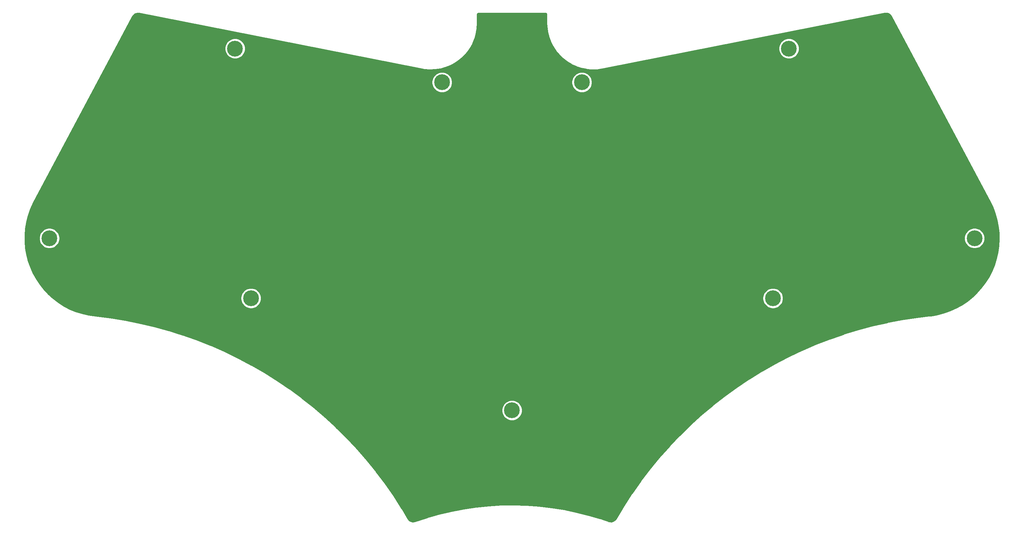
<source format=gbr>
G04 #@! TF.GenerationSoftware,KiCad,Pcbnew,5.1.5-52549c5~86~ubuntu18.04.1*
G04 #@! TF.CreationDate,2020-04-17T17:34:57+02:00*
G04 #@! TF.ProjectId,bottom,626f7474-6f6d-42e6-9b69-6361645f7063,rev?*
G04 #@! TF.SameCoordinates,Original*
G04 #@! TF.FileFunction,Copper,L2,Bot*
G04 #@! TF.FilePolarity,Positive*
%FSLAX46Y46*%
G04 Gerber Fmt 4.6, Leading zero omitted, Abs format (unit mm)*
G04 Created by KiCad (PCBNEW 5.1.5-52549c5~86~ubuntu18.04.1) date 2020-04-17 17:34:57*
%MOMM*%
%LPD*%
G04 APERTURE LIST*
%ADD10C,4.400000*%
%ADD11C,0.254000*%
G04 APERTURE END LIST*
D10*
X277005000Y-99408000D03*
X220975000Y-116108000D03*
X148455000Y-147298500D03*
X167885000Y-56028000D03*
X75934700Y-116108000D03*
X129025000Y-56028000D03*
X225415000Y-46638000D03*
X19904700Y-99408000D03*
X71494700Y-46638000D03*
D11*
G36*
X252714103Y-36793263D02*
G01*
X253043156Y-36892811D01*
X253346606Y-37054376D01*
X253612892Y-37271802D01*
X253842646Y-37549842D01*
X253936678Y-37706437D01*
X281278215Y-89127953D01*
X282078298Y-90797857D01*
X282726135Y-92503297D01*
X283228988Y-94256952D01*
X283583337Y-96046550D01*
X283786694Y-97859510D01*
X283837633Y-99683128D01*
X283735795Y-101504625D01*
X283481898Y-103311201D01*
X283077717Y-105090205D01*
X282526094Y-106829142D01*
X281830896Y-108515820D01*
X280996996Y-110138412D01*
X280030241Y-111685546D01*
X278937429Y-113146336D01*
X277726202Y-114510575D01*
X276405074Y-115768668D01*
X274983297Y-116911806D01*
X273470851Y-117931964D01*
X271878348Y-118821982D01*
X270216966Y-119575619D01*
X268498338Y-120187595D01*
X266734531Y-120653613D01*
X264928112Y-120972133D01*
X264283180Y-121048433D01*
X264272127Y-121050213D01*
X261031043Y-121432369D01*
X261028639Y-121432697D01*
X261026200Y-121432956D01*
X261007139Y-121435586D01*
X256911526Y-122055355D01*
X256907748Y-122055998D01*
X256903922Y-122056546D01*
X256884970Y-122059873D01*
X252814818Y-122829304D01*
X252811062Y-122830086D01*
X252807263Y-122830773D01*
X252788446Y-122834791D01*
X248749222Y-123752851D01*
X248745456Y-123753780D01*
X248741726Y-123754597D01*
X248723068Y-123759302D01*
X244720198Y-124824757D01*
X244716489Y-124825817D01*
X244712771Y-124826776D01*
X244694298Y-124832162D01*
X240733160Y-126043582D01*
X240729517Y-126044770D01*
X240725812Y-126045871D01*
X240707549Y-126051931D01*
X236793461Y-127407688D01*
X236789853Y-127409012D01*
X236786202Y-127410245D01*
X236768173Y-127416969D01*
X232906394Y-128915242D01*
X232902821Y-128916704D01*
X232899233Y-128918064D01*
X232881463Y-128925444D01*
X229077180Y-130564220D01*
X229073669Y-130565809D01*
X229070128Y-130567302D01*
X229052640Y-130575329D01*
X225310963Y-132352408D01*
X225307516Y-132354123D01*
X225304027Y-132355747D01*
X225286845Y-132364409D01*
X221612800Y-134277404D01*
X221609429Y-134279239D01*
X221605992Y-134280994D01*
X221589139Y-134290280D01*
X217987661Y-136336620D01*
X217984338Y-136338590D01*
X217980989Y-136340458D01*
X217964487Y-136350355D01*
X214440413Y-138527293D01*
X214437186Y-138529369D01*
X214433886Y-138531372D01*
X214417758Y-138541867D01*
X210975821Y-140846478D01*
X210972658Y-140848681D01*
X210969448Y-140850794D01*
X210953716Y-140861873D01*
X207598541Y-143291061D01*
X207595445Y-143293390D01*
X207592331Y-143295608D01*
X207577015Y-143307256D01*
X204313107Y-145857759D01*
X204310120Y-145860183D01*
X204307067Y-145862530D01*
X204292189Y-145874731D01*
X201123933Y-148543123D01*
X201121039Y-148545653D01*
X201118072Y-148548112D01*
X201103651Y-148560850D01*
X198035303Y-151343547D01*
X198032505Y-151346180D01*
X198029629Y-151348747D01*
X198015684Y-151362005D01*
X195051365Y-154255269D01*
X195048663Y-154258005D01*
X195045885Y-154260674D01*
X195032435Y-154274434D01*
X192176127Y-157274377D01*
X192173523Y-157277215D01*
X192170849Y-157279979D01*
X192157913Y-157294223D01*
X189413452Y-160396818D01*
X189410947Y-160399757D01*
X189408383Y-160402610D01*
X189395977Y-160417319D01*
X186767049Y-163618397D01*
X186764678Y-163621394D01*
X186762195Y-163624370D01*
X186750337Y-163639524D01*
X184240475Y-166934785D01*
X184238214Y-166937869D01*
X184235843Y-166940932D01*
X184224548Y-166956510D01*
X181837122Y-170341530D01*
X181834946Y-170344738D01*
X181832720Y-170347843D01*
X181822003Y-170363824D01*
X179560220Y-173834054D01*
X179558181Y-173837312D01*
X179556051Y-173840524D01*
X179545927Y-173856887D01*
X177430133Y-177378855D01*
X177202476Y-177697489D01*
X176952101Y-177933062D01*
X176660732Y-178115520D01*
X176339480Y-178237906D01*
X176000566Y-178295565D01*
X175656910Y-178286298D01*
X175290328Y-178203383D01*
X175276113Y-178198495D01*
X175275807Y-178198422D01*
X175273416Y-178197552D01*
X173032155Y-177436748D01*
X173019282Y-177432689D01*
X173006419Y-177428536D01*
X169694880Y-176438554D01*
X169670637Y-176431880D01*
X169663963Y-176430042D01*
X166312392Y-175585449D01*
X166281133Y-175578293D01*
X162895912Y-174880697D01*
X162864370Y-174874911D01*
X159451943Y-174325641D01*
X159434878Y-174323275D01*
X159420179Y-174321237D01*
X155987042Y-173921337D01*
X155955116Y-173918323D01*
X155955113Y-173918323D01*
X152507805Y-173668556D01*
X152507802Y-173668556D01*
X152475775Y-173666937D01*
X149020847Y-173567776D01*
X148988780Y-173567555D01*
X145532814Y-173619191D01*
X145517080Y-173619770D01*
X145500768Y-173620369D01*
X142050345Y-173822703D01*
X142018505Y-173825269D01*
X142018381Y-173825279D01*
X138580068Y-174177926D01*
X138548247Y-174181893D01*
X135128588Y-174684181D01*
X135096970Y-174689532D01*
X131702475Y-175340506D01*
X131671121Y-175347231D01*
X128308253Y-176145650D01*
X128277221Y-176153737D01*
X124952380Y-177098083D01*
X124921731Y-177107515D01*
X121667668Y-178187223D01*
X121291503Y-178281053D01*
X120948131Y-178297882D01*
X120608036Y-178247697D01*
X120284166Y-178132409D01*
X119988855Y-177956410D01*
X119733352Y-177726403D01*
X119508177Y-177425470D01*
X119500541Y-177412546D01*
X119497520Y-177408414D01*
X117822490Y-174595759D01*
X117821207Y-174593692D01*
X117819979Y-174591574D01*
X117809810Y-174575240D01*
X115574707Y-171087767D01*
X115572581Y-171084581D01*
X115570520Y-171081308D01*
X115559758Y-171065357D01*
X113198362Y-167662128D01*
X113196103Y-167658996D01*
X113193941Y-167655828D01*
X113182602Y-167640282D01*
X110698085Y-164325869D01*
X110695729Y-164322843D01*
X110693436Y-164319734D01*
X110681536Y-164304614D01*
X108077235Y-161083470D01*
X108074754Y-161080514D01*
X108072364Y-161077510D01*
X108059917Y-161062836D01*
X105339330Y-157939286D01*
X105336771Y-157936454D01*
X105334245Y-157933508D01*
X105321269Y-157919300D01*
X102488051Y-154897540D01*
X102485364Y-154894778D01*
X102482757Y-154891953D01*
X102469269Y-154878230D01*
X99527225Y-151962319D01*
X99524437Y-151959655D01*
X99521730Y-151956930D01*
X99507748Y-151943710D01*
X96460830Y-149137565D01*
X96457941Y-149135001D01*
X96455141Y-149132381D01*
X96440685Y-149119683D01*
X93985281Y-147019277D01*
X145620000Y-147019277D01*
X145620000Y-147577723D01*
X145728948Y-148125439D01*
X145942656Y-148641376D01*
X146252912Y-149105707D01*
X146647793Y-149500588D01*
X147112124Y-149810844D01*
X147628061Y-150024552D01*
X148175777Y-150133500D01*
X148734223Y-150133500D01*
X149281939Y-150024552D01*
X149797876Y-149810844D01*
X150262207Y-149500588D01*
X150657088Y-149105707D01*
X150967344Y-148641376D01*
X151181052Y-148125439D01*
X151290000Y-147577723D01*
X151290000Y-147019277D01*
X151181052Y-146471561D01*
X150967344Y-145955624D01*
X150657088Y-145491293D01*
X150262207Y-145096412D01*
X149797876Y-144786156D01*
X149281939Y-144572448D01*
X148734223Y-144463500D01*
X148175777Y-144463500D01*
X147628061Y-144572448D01*
X147112124Y-144786156D01*
X146647793Y-145096412D01*
X146252912Y-145491293D01*
X145942656Y-145955624D01*
X145728948Y-146471561D01*
X145620000Y-147019277D01*
X93985281Y-147019277D01*
X93292985Y-146427073D01*
X93290024Y-146424633D01*
X93287110Y-146422100D01*
X93272198Y-146409940D01*
X90027946Y-143834481D01*
X90024898Y-143832151D01*
X90021893Y-143829727D01*
X90006545Y-143818122D01*
X86670097Y-141363275D01*
X86666950Y-141361047D01*
X86663873Y-141358746D01*
X86648110Y-141347711D01*
X83223949Y-139016772D01*
X83220738Y-139014672D01*
X83217564Y-139012474D01*
X83201407Y-139002024D01*
X79694130Y-136798125D01*
X79690844Y-136796144D01*
X79687592Y-136794064D01*
X79671063Y-136784213D01*
X76085384Y-134710313D01*
X76081999Y-134708437D01*
X76078701Y-134706495D01*
X76061823Y-134697256D01*
X72402556Y-132756142D01*
X72399127Y-132754403D01*
X72395738Y-132752571D01*
X72378532Y-132743957D01*
X68650592Y-130938236D01*
X68647105Y-130936625D01*
X68643648Y-130934917D01*
X68626139Y-130926939D01*
X64834534Y-129259035D01*
X64830977Y-129257548D01*
X64827472Y-129255973D01*
X64809682Y-129248642D01*
X60959507Y-127720798D01*
X60955903Y-127719444D01*
X60952339Y-127717997D01*
X60934291Y-127711323D01*
X57030716Y-126325589D01*
X57027072Y-126324370D01*
X57023449Y-126323052D01*
X57005170Y-126317044D01*
X53053437Y-125075282D01*
X53049757Y-125074199D01*
X53046083Y-125073013D01*
X53027595Y-125067679D01*
X49033014Y-123971558D01*
X49029291Y-123970610D01*
X49025581Y-123969560D01*
X49006911Y-123964907D01*
X44974846Y-123015898D01*
X44971090Y-123015086D01*
X44967346Y-123014174D01*
X44948517Y-123010208D01*
X40884386Y-122209586D01*
X40880596Y-122208911D01*
X40876826Y-122208138D01*
X40857865Y-122204864D01*
X36767125Y-121553704D01*
X36763315Y-121553169D01*
X36759518Y-121552534D01*
X36740449Y-121549958D01*
X32649829Y-121051722D01*
X32645697Y-121051031D01*
X30809966Y-120783410D01*
X29033061Y-120370094D01*
X27296981Y-119809544D01*
X25613894Y-119105686D01*
X23995613Y-118263464D01*
X22453473Y-117288775D01*
X20998306Y-116188464D01*
X20597350Y-115828777D01*
X73099700Y-115828777D01*
X73099700Y-116387223D01*
X73208648Y-116934939D01*
X73422356Y-117450876D01*
X73732612Y-117915207D01*
X74127493Y-118310088D01*
X74591824Y-118620344D01*
X75107761Y-118834052D01*
X75655477Y-118943000D01*
X76213923Y-118943000D01*
X76761639Y-118834052D01*
X77277576Y-118620344D01*
X77741907Y-118310088D01*
X78136788Y-117915207D01*
X78447044Y-117450876D01*
X78660752Y-116934939D01*
X78769700Y-116387223D01*
X78769700Y-115828777D01*
X218140000Y-115828777D01*
X218140000Y-116387223D01*
X218248948Y-116934939D01*
X218462656Y-117450876D01*
X218772912Y-117915207D01*
X219167793Y-118310088D01*
X219632124Y-118620344D01*
X220148061Y-118834052D01*
X220695777Y-118943000D01*
X221254223Y-118943000D01*
X221801939Y-118834052D01*
X222317876Y-118620344D01*
X222782207Y-118310088D01*
X223177088Y-117915207D01*
X223487344Y-117450876D01*
X223701052Y-116934939D01*
X223810000Y-116387223D01*
X223810000Y-115828777D01*
X223701052Y-115281061D01*
X223487344Y-114765124D01*
X223177088Y-114300793D01*
X222782207Y-113905912D01*
X222317876Y-113595656D01*
X221801939Y-113381948D01*
X221254223Y-113273000D01*
X220695777Y-113273000D01*
X220148061Y-113381948D01*
X219632124Y-113595656D01*
X219167793Y-113905912D01*
X218772912Y-114300793D01*
X218462656Y-114765124D01*
X218248948Y-115281061D01*
X218140000Y-115828777D01*
X78769700Y-115828777D01*
X78660752Y-115281061D01*
X78447044Y-114765124D01*
X78136788Y-114300793D01*
X77741907Y-113905912D01*
X77277576Y-113595656D01*
X76761639Y-113381948D01*
X76213923Y-113273000D01*
X75655477Y-113273000D01*
X75107761Y-113381948D01*
X74591824Y-113595656D01*
X74127493Y-113905912D01*
X73732612Y-114300793D01*
X73422356Y-114765124D01*
X73208648Y-115281061D01*
X73099700Y-115828777D01*
X20597350Y-115828777D01*
X19640321Y-114970253D01*
X18389017Y-113642662D01*
X17253209Y-112215041D01*
X16240840Y-110697380D01*
X15359014Y-109100323D01*
X14613921Y-107435083D01*
X14010783Y-105713335D01*
X13553832Y-103947147D01*
X13246277Y-102148933D01*
X13090270Y-100331278D01*
X13088054Y-99128777D01*
X17069700Y-99128777D01*
X17069700Y-99687223D01*
X17178648Y-100234939D01*
X17392356Y-100750876D01*
X17702612Y-101215207D01*
X18097493Y-101610088D01*
X18561824Y-101920344D01*
X19077761Y-102134052D01*
X19625477Y-102243000D01*
X20183923Y-102243000D01*
X20731639Y-102134052D01*
X21247576Y-101920344D01*
X21711907Y-101610088D01*
X22106788Y-101215207D01*
X22417044Y-100750876D01*
X22630752Y-100234939D01*
X22739700Y-99687223D01*
X22739700Y-99128777D01*
X274170000Y-99128777D01*
X274170000Y-99687223D01*
X274278948Y-100234939D01*
X274492656Y-100750876D01*
X274802912Y-101215207D01*
X275197793Y-101610088D01*
X275662124Y-101920344D01*
X276178061Y-102134052D01*
X276725777Y-102243000D01*
X277284223Y-102243000D01*
X277831939Y-102134052D01*
X278347876Y-101920344D01*
X278812207Y-101610088D01*
X279207088Y-101215207D01*
X279517344Y-100750876D01*
X279731052Y-100234939D01*
X279840000Y-99687223D01*
X279840000Y-99128777D01*
X279731052Y-98581061D01*
X279517344Y-98065124D01*
X279207088Y-97600793D01*
X278812207Y-97205912D01*
X278347876Y-96895656D01*
X277831939Y-96681948D01*
X277284223Y-96573000D01*
X276725777Y-96573000D01*
X276178061Y-96681948D01*
X275662124Y-96895656D01*
X275197793Y-97205912D01*
X274802912Y-97600793D01*
X274492656Y-98065124D01*
X274278948Y-98581061D01*
X274170000Y-99128777D01*
X22739700Y-99128777D01*
X22630752Y-98581061D01*
X22417044Y-98065124D01*
X22106788Y-97600793D01*
X21711907Y-97205912D01*
X21247576Y-96895656D01*
X20731639Y-96681948D01*
X20183923Y-96573000D01*
X19625477Y-96573000D01*
X19077761Y-96681948D01*
X18561824Y-96895656D01*
X18097493Y-97205912D01*
X17702612Y-97600793D01*
X17392356Y-98065124D01*
X17178648Y-98581061D01*
X17069700Y-99128777D01*
X13088054Y-99128777D01*
X13086908Y-98506940D01*
X13236212Y-96688740D01*
X13537139Y-94889384D01*
X13987574Y-93121538D01*
X14584359Y-91397581D01*
X15327338Y-89720512D01*
X15622948Y-89144009D01*
X33379528Y-55748777D01*
X126190000Y-55748777D01*
X126190000Y-56307223D01*
X126298948Y-56854939D01*
X126512656Y-57370876D01*
X126822912Y-57835207D01*
X127217793Y-58230088D01*
X127682124Y-58540344D01*
X128198061Y-58754052D01*
X128745777Y-58863000D01*
X129304223Y-58863000D01*
X129851939Y-58754052D01*
X130367876Y-58540344D01*
X130832207Y-58230088D01*
X131227088Y-57835207D01*
X131537344Y-57370876D01*
X131751052Y-56854939D01*
X131860000Y-56307223D01*
X131860000Y-55748777D01*
X165050000Y-55748777D01*
X165050000Y-56307223D01*
X165158948Y-56854939D01*
X165372656Y-57370876D01*
X165682912Y-57835207D01*
X166077793Y-58230088D01*
X166542124Y-58540344D01*
X167058061Y-58754052D01*
X167605777Y-58863000D01*
X168164223Y-58863000D01*
X168711939Y-58754052D01*
X169227876Y-58540344D01*
X169692207Y-58230088D01*
X170087088Y-57835207D01*
X170397344Y-57370876D01*
X170611052Y-56854939D01*
X170720000Y-56307223D01*
X170720000Y-55748777D01*
X170611052Y-55201061D01*
X170397344Y-54685124D01*
X170087088Y-54220793D01*
X169692207Y-53825912D01*
X169227876Y-53515656D01*
X168711939Y-53301948D01*
X168164223Y-53193000D01*
X167605777Y-53193000D01*
X167058061Y-53301948D01*
X166542124Y-53515656D01*
X166077793Y-53825912D01*
X165682912Y-54220793D01*
X165372656Y-54685124D01*
X165158948Y-55201061D01*
X165050000Y-55748777D01*
X131860000Y-55748777D01*
X131751052Y-55201061D01*
X131537344Y-54685124D01*
X131227088Y-54220793D01*
X130832207Y-53825912D01*
X130367876Y-53515656D01*
X129851939Y-53301948D01*
X129304223Y-53193000D01*
X128745777Y-53193000D01*
X128198061Y-53301948D01*
X127682124Y-53515656D01*
X127217793Y-53825912D01*
X126822912Y-54220793D01*
X126512656Y-54685124D01*
X126298948Y-55201061D01*
X126190000Y-55748777D01*
X33379528Y-55748777D01*
X38372286Y-46358777D01*
X68659700Y-46358777D01*
X68659700Y-46917223D01*
X68768648Y-47464939D01*
X68982356Y-47980876D01*
X69292612Y-48445207D01*
X69687493Y-48840088D01*
X70151824Y-49150344D01*
X70667761Y-49364052D01*
X71215477Y-49473000D01*
X71773923Y-49473000D01*
X72321639Y-49364052D01*
X72837576Y-49150344D01*
X73301907Y-48840088D01*
X73696788Y-48445207D01*
X74007044Y-47980876D01*
X74220752Y-47464939D01*
X74329700Y-46917223D01*
X74329700Y-46358777D01*
X74220752Y-45811061D01*
X74007044Y-45295124D01*
X73696788Y-44830793D01*
X73301907Y-44435912D01*
X72837576Y-44125656D01*
X72321639Y-43911948D01*
X71773923Y-43803000D01*
X71215477Y-43803000D01*
X70667761Y-43911948D01*
X70151824Y-44125656D01*
X69687493Y-44435912D01*
X69292612Y-44830793D01*
X68982356Y-45295124D01*
X68768648Y-45811061D01*
X68659700Y-46358777D01*
X38372286Y-46358777D01*
X42962606Y-37725652D01*
X43173857Y-37407695D01*
X43416091Y-37163763D01*
X43701101Y-36971521D01*
X44018018Y-36838302D01*
X44354778Y-36769175D01*
X44715451Y-36766657D01*
X44905870Y-36794042D01*
X123371061Y-52285074D01*
X123382188Y-52286154D01*
X124129722Y-52409023D01*
X124133447Y-52409420D01*
X124137121Y-52410201D01*
X124194461Y-52416734D01*
X125576256Y-52519419D01*
X125589096Y-52519643D01*
X125601871Y-52520873D01*
X125659582Y-52520873D01*
X127044120Y-52466474D01*
X127056893Y-52465244D01*
X127069734Y-52465020D01*
X127127075Y-52458487D01*
X128496553Y-52247704D01*
X128509111Y-52245035D01*
X128521838Y-52243359D01*
X128578071Y-52230377D01*
X129914886Y-51865920D01*
X129927067Y-51861844D01*
X129939517Y-51858740D01*
X129993918Y-51839476D01*
X131280882Y-51326029D01*
X131292524Y-51320600D01*
X131304541Y-51316107D01*
X131356412Y-51290809D01*
X132576980Y-50634973D01*
X132587921Y-50628269D01*
X132599364Y-50622438D01*
X132648037Y-50591430D01*
X133786517Y-49801639D01*
X133796633Y-49793736D01*
X133807338Y-49786650D01*
X133852189Y-49750331D01*
X134893942Y-48836737D01*
X134903106Y-48827731D01*
X134912931Y-48819487D01*
X134953382Y-48778325D01*
X135885018Y-47752675D01*
X135893101Y-47742694D01*
X135901934Y-47733385D01*
X135937465Y-47687908D01*
X136747004Y-46563386D01*
X136753900Y-46552561D01*
X136761627Y-46542307D01*
X136791781Y-46493100D01*
X137468818Y-45284164D01*
X137474443Y-45272632D01*
X137480962Y-45261564D01*
X137505352Y-45209260D01*
X138041181Y-43931452D01*
X138045468Y-43919345D01*
X138050687Y-43907623D01*
X138069000Y-43852894D01*
X138456732Y-42522644D01*
X138459620Y-42510134D01*
X138463480Y-42497892D01*
X138475479Y-42441442D01*
X138710131Y-41075849D01*
X138711585Y-41063086D01*
X138714033Y-41050492D01*
X138719565Y-40993046D01*
X138796304Y-39641631D01*
X138800000Y-39604105D01*
X138800000Y-37103947D01*
X138808504Y-37017213D01*
X138823254Y-36968360D01*
X138847212Y-36923301D01*
X138879466Y-36883755D01*
X138918786Y-36851226D01*
X138963670Y-36826957D01*
X139012427Y-36811865D01*
X139096764Y-36803000D01*
X157809053Y-36803000D01*
X157895787Y-36811504D01*
X157944640Y-36826254D01*
X157989699Y-36850212D01*
X158029245Y-36882466D01*
X158061774Y-36921786D01*
X158086043Y-36966670D01*
X158101135Y-37015427D01*
X158110001Y-37099774D01*
X158110000Y-39604104D01*
X158110710Y-39611308D01*
X158135109Y-40373316D01*
X158135441Y-40377052D01*
X158135387Y-40380803D01*
X158140083Y-40438323D01*
X158306978Y-41813842D01*
X158309246Y-41826485D01*
X158310513Y-41839252D01*
X158321690Y-41895871D01*
X158643224Y-43243654D01*
X158646908Y-43255960D01*
X158649613Y-43268502D01*
X158667128Y-43323492D01*
X159139170Y-44626212D01*
X159144222Y-44638017D01*
X159148330Y-44650176D01*
X159171958Y-44702829D01*
X159788437Y-45943739D01*
X159794793Y-45954897D01*
X159800251Y-45966512D01*
X159829687Y-46016152D01*
X160582678Y-47179298D01*
X160590254Y-47189662D01*
X160596994Y-47200588D01*
X160631861Y-47246577D01*
X161511683Y-48317003D01*
X161520385Y-48326444D01*
X161528317Y-48336535D01*
X161568166Y-48378281D01*
X162563508Y-49342229D01*
X162573219Y-49350621D01*
X162582246Y-49359753D01*
X162626564Y-49396720D01*
X163724631Y-50241796D01*
X163735234Y-50249037D01*
X163745233Y-50257086D01*
X163793451Y-50288798D01*
X164980124Y-51004136D01*
X164991478Y-51010130D01*
X165002325Y-51016996D01*
X165053823Y-51043046D01*
X166313847Y-51619451D01*
X166325806Y-51624121D01*
X166337359Y-51629714D01*
X166391475Y-51649767D01*
X167708650Y-52079829D01*
X167721061Y-52083116D01*
X167733174Y-52087365D01*
X167789212Y-52101162D01*
X169146605Y-52379350D01*
X169159309Y-52381211D01*
X169171824Y-52384061D01*
X169229064Y-52391427D01*
X170609223Y-52514166D01*
X170622056Y-52514576D01*
X170634813Y-52515992D01*
X170692517Y-52516830D01*
X170692519Y-52516830D01*
X172077699Y-52482541D01*
X172090499Y-52481496D01*
X172103332Y-52481458D01*
X172160761Y-52475759D01*
X173515283Y-52287370D01*
X173538940Y-52285074D01*
X203556484Y-46358777D01*
X222580000Y-46358777D01*
X222580000Y-46917223D01*
X222688948Y-47464939D01*
X222902656Y-47980876D01*
X223212912Y-48445207D01*
X223607793Y-48840088D01*
X224072124Y-49150344D01*
X224588061Y-49364052D01*
X225135777Y-49473000D01*
X225694223Y-49473000D01*
X226241939Y-49364052D01*
X226757876Y-49150344D01*
X227222207Y-48840088D01*
X227617088Y-48445207D01*
X227927344Y-47980876D01*
X228141052Y-47464939D01*
X228250000Y-46917223D01*
X228250000Y-46358777D01*
X228141052Y-45811061D01*
X227927344Y-45295124D01*
X227617088Y-44830793D01*
X227222207Y-44435912D01*
X226757876Y-44125656D01*
X226241939Y-43911948D01*
X225694223Y-43803000D01*
X225135777Y-43803000D01*
X224588061Y-43911948D01*
X224072124Y-44125656D01*
X223607793Y-44435912D01*
X223212912Y-44830793D01*
X222902656Y-45295124D01*
X222688948Y-45811061D01*
X222580000Y-46358777D01*
X203556484Y-46358777D01*
X251988915Y-36796870D01*
X252371983Y-36759526D01*
X252714103Y-36793263D01*
G37*
X252714103Y-36793263D02*
X253043156Y-36892811D01*
X253346606Y-37054376D01*
X253612892Y-37271802D01*
X253842646Y-37549842D01*
X253936678Y-37706437D01*
X281278215Y-89127953D01*
X282078298Y-90797857D01*
X282726135Y-92503297D01*
X283228988Y-94256952D01*
X283583337Y-96046550D01*
X283786694Y-97859510D01*
X283837633Y-99683128D01*
X283735795Y-101504625D01*
X283481898Y-103311201D01*
X283077717Y-105090205D01*
X282526094Y-106829142D01*
X281830896Y-108515820D01*
X280996996Y-110138412D01*
X280030241Y-111685546D01*
X278937429Y-113146336D01*
X277726202Y-114510575D01*
X276405074Y-115768668D01*
X274983297Y-116911806D01*
X273470851Y-117931964D01*
X271878348Y-118821982D01*
X270216966Y-119575619D01*
X268498338Y-120187595D01*
X266734531Y-120653613D01*
X264928112Y-120972133D01*
X264283180Y-121048433D01*
X264272127Y-121050213D01*
X261031043Y-121432369D01*
X261028639Y-121432697D01*
X261026200Y-121432956D01*
X261007139Y-121435586D01*
X256911526Y-122055355D01*
X256907748Y-122055998D01*
X256903922Y-122056546D01*
X256884970Y-122059873D01*
X252814818Y-122829304D01*
X252811062Y-122830086D01*
X252807263Y-122830773D01*
X252788446Y-122834791D01*
X248749222Y-123752851D01*
X248745456Y-123753780D01*
X248741726Y-123754597D01*
X248723068Y-123759302D01*
X244720198Y-124824757D01*
X244716489Y-124825817D01*
X244712771Y-124826776D01*
X244694298Y-124832162D01*
X240733160Y-126043582D01*
X240729517Y-126044770D01*
X240725812Y-126045871D01*
X240707549Y-126051931D01*
X236793461Y-127407688D01*
X236789853Y-127409012D01*
X236786202Y-127410245D01*
X236768173Y-127416969D01*
X232906394Y-128915242D01*
X232902821Y-128916704D01*
X232899233Y-128918064D01*
X232881463Y-128925444D01*
X229077180Y-130564220D01*
X229073669Y-130565809D01*
X229070128Y-130567302D01*
X229052640Y-130575329D01*
X225310963Y-132352408D01*
X225307516Y-132354123D01*
X225304027Y-132355747D01*
X225286845Y-132364409D01*
X221612800Y-134277404D01*
X221609429Y-134279239D01*
X221605992Y-134280994D01*
X221589139Y-134290280D01*
X217987661Y-136336620D01*
X217984338Y-136338590D01*
X217980989Y-136340458D01*
X217964487Y-136350355D01*
X214440413Y-138527293D01*
X214437186Y-138529369D01*
X214433886Y-138531372D01*
X214417758Y-138541867D01*
X210975821Y-140846478D01*
X210972658Y-140848681D01*
X210969448Y-140850794D01*
X210953716Y-140861873D01*
X207598541Y-143291061D01*
X207595445Y-143293390D01*
X207592331Y-143295608D01*
X207577015Y-143307256D01*
X204313107Y-145857759D01*
X204310120Y-145860183D01*
X204307067Y-145862530D01*
X204292189Y-145874731D01*
X201123933Y-148543123D01*
X201121039Y-148545653D01*
X201118072Y-148548112D01*
X201103651Y-148560850D01*
X198035303Y-151343547D01*
X198032505Y-151346180D01*
X198029629Y-151348747D01*
X198015684Y-151362005D01*
X195051365Y-154255269D01*
X195048663Y-154258005D01*
X195045885Y-154260674D01*
X195032435Y-154274434D01*
X192176127Y-157274377D01*
X192173523Y-157277215D01*
X192170849Y-157279979D01*
X192157913Y-157294223D01*
X189413452Y-160396818D01*
X189410947Y-160399757D01*
X189408383Y-160402610D01*
X189395977Y-160417319D01*
X186767049Y-163618397D01*
X186764678Y-163621394D01*
X186762195Y-163624370D01*
X186750337Y-163639524D01*
X184240475Y-166934785D01*
X184238214Y-166937869D01*
X184235843Y-166940932D01*
X184224548Y-166956510D01*
X181837122Y-170341530D01*
X181834946Y-170344738D01*
X181832720Y-170347843D01*
X181822003Y-170363824D01*
X179560220Y-173834054D01*
X179558181Y-173837312D01*
X179556051Y-173840524D01*
X179545927Y-173856887D01*
X177430133Y-177378855D01*
X177202476Y-177697489D01*
X176952101Y-177933062D01*
X176660732Y-178115520D01*
X176339480Y-178237906D01*
X176000566Y-178295565D01*
X175656910Y-178286298D01*
X175290328Y-178203383D01*
X175276113Y-178198495D01*
X175275807Y-178198422D01*
X175273416Y-178197552D01*
X173032155Y-177436748D01*
X173019282Y-177432689D01*
X173006419Y-177428536D01*
X169694880Y-176438554D01*
X169670637Y-176431880D01*
X169663963Y-176430042D01*
X166312392Y-175585449D01*
X166281133Y-175578293D01*
X162895912Y-174880697D01*
X162864370Y-174874911D01*
X159451943Y-174325641D01*
X159434878Y-174323275D01*
X159420179Y-174321237D01*
X155987042Y-173921337D01*
X155955116Y-173918323D01*
X155955113Y-173918323D01*
X152507805Y-173668556D01*
X152507802Y-173668556D01*
X152475775Y-173666937D01*
X149020847Y-173567776D01*
X148988780Y-173567555D01*
X145532814Y-173619191D01*
X145517080Y-173619770D01*
X145500768Y-173620369D01*
X142050345Y-173822703D01*
X142018505Y-173825269D01*
X142018381Y-173825279D01*
X138580068Y-174177926D01*
X138548247Y-174181893D01*
X135128588Y-174684181D01*
X135096970Y-174689532D01*
X131702475Y-175340506D01*
X131671121Y-175347231D01*
X128308253Y-176145650D01*
X128277221Y-176153737D01*
X124952380Y-177098083D01*
X124921731Y-177107515D01*
X121667668Y-178187223D01*
X121291503Y-178281053D01*
X120948131Y-178297882D01*
X120608036Y-178247697D01*
X120284166Y-178132409D01*
X119988855Y-177956410D01*
X119733352Y-177726403D01*
X119508177Y-177425470D01*
X119500541Y-177412546D01*
X119497520Y-177408414D01*
X117822490Y-174595759D01*
X117821207Y-174593692D01*
X117819979Y-174591574D01*
X117809810Y-174575240D01*
X115574707Y-171087767D01*
X115572581Y-171084581D01*
X115570520Y-171081308D01*
X115559758Y-171065357D01*
X113198362Y-167662128D01*
X113196103Y-167658996D01*
X113193941Y-167655828D01*
X113182602Y-167640282D01*
X110698085Y-164325869D01*
X110695729Y-164322843D01*
X110693436Y-164319734D01*
X110681536Y-164304614D01*
X108077235Y-161083470D01*
X108074754Y-161080514D01*
X108072364Y-161077510D01*
X108059917Y-161062836D01*
X105339330Y-157939286D01*
X105336771Y-157936454D01*
X105334245Y-157933508D01*
X105321269Y-157919300D01*
X102488051Y-154897540D01*
X102485364Y-154894778D01*
X102482757Y-154891953D01*
X102469269Y-154878230D01*
X99527225Y-151962319D01*
X99524437Y-151959655D01*
X99521730Y-151956930D01*
X99507748Y-151943710D01*
X96460830Y-149137565D01*
X96457941Y-149135001D01*
X96455141Y-149132381D01*
X96440685Y-149119683D01*
X93985281Y-147019277D01*
X145620000Y-147019277D01*
X145620000Y-147577723D01*
X145728948Y-148125439D01*
X145942656Y-148641376D01*
X146252912Y-149105707D01*
X146647793Y-149500588D01*
X147112124Y-149810844D01*
X147628061Y-150024552D01*
X148175777Y-150133500D01*
X148734223Y-150133500D01*
X149281939Y-150024552D01*
X149797876Y-149810844D01*
X150262207Y-149500588D01*
X150657088Y-149105707D01*
X150967344Y-148641376D01*
X151181052Y-148125439D01*
X151290000Y-147577723D01*
X151290000Y-147019277D01*
X151181052Y-146471561D01*
X150967344Y-145955624D01*
X150657088Y-145491293D01*
X150262207Y-145096412D01*
X149797876Y-144786156D01*
X149281939Y-144572448D01*
X148734223Y-144463500D01*
X148175777Y-144463500D01*
X147628061Y-144572448D01*
X147112124Y-144786156D01*
X146647793Y-145096412D01*
X146252912Y-145491293D01*
X145942656Y-145955624D01*
X145728948Y-146471561D01*
X145620000Y-147019277D01*
X93985281Y-147019277D01*
X93292985Y-146427073D01*
X93290024Y-146424633D01*
X93287110Y-146422100D01*
X93272198Y-146409940D01*
X90027946Y-143834481D01*
X90024898Y-143832151D01*
X90021893Y-143829727D01*
X90006545Y-143818122D01*
X86670097Y-141363275D01*
X86666950Y-141361047D01*
X86663873Y-141358746D01*
X86648110Y-141347711D01*
X83223949Y-139016772D01*
X83220738Y-139014672D01*
X83217564Y-139012474D01*
X83201407Y-139002024D01*
X79694130Y-136798125D01*
X79690844Y-136796144D01*
X79687592Y-136794064D01*
X79671063Y-136784213D01*
X76085384Y-134710313D01*
X76081999Y-134708437D01*
X76078701Y-134706495D01*
X76061823Y-134697256D01*
X72402556Y-132756142D01*
X72399127Y-132754403D01*
X72395738Y-132752571D01*
X72378532Y-132743957D01*
X68650592Y-130938236D01*
X68647105Y-130936625D01*
X68643648Y-130934917D01*
X68626139Y-130926939D01*
X64834534Y-129259035D01*
X64830977Y-129257548D01*
X64827472Y-129255973D01*
X64809682Y-129248642D01*
X60959507Y-127720798D01*
X60955903Y-127719444D01*
X60952339Y-127717997D01*
X60934291Y-127711323D01*
X57030716Y-126325589D01*
X57027072Y-126324370D01*
X57023449Y-126323052D01*
X57005170Y-126317044D01*
X53053437Y-125075282D01*
X53049757Y-125074199D01*
X53046083Y-125073013D01*
X53027595Y-125067679D01*
X49033014Y-123971558D01*
X49029291Y-123970610D01*
X49025581Y-123969560D01*
X49006911Y-123964907D01*
X44974846Y-123015898D01*
X44971090Y-123015086D01*
X44967346Y-123014174D01*
X44948517Y-123010208D01*
X40884386Y-122209586D01*
X40880596Y-122208911D01*
X40876826Y-122208138D01*
X40857865Y-122204864D01*
X36767125Y-121553704D01*
X36763315Y-121553169D01*
X36759518Y-121552534D01*
X36740449Y-121549958D01*
X32649829Y-121051722D01*
X32645697Y-121051031D01*
X30809966Y-120783410D01*
X29033061Y-120370094D01*
X27296981Y-119809544D01*
X25613894Y-119105686D01*
X23995613Y-118263464D01*
X22453473Y-117288775D01*
X20998306Y-116188464D01*
X20597350Y-115828777D01*
X73099700Y-115828777D01*
X73099700Y-116387223D01*
X73208648Y-116934939D01*
X73422356Y-117450876D01*
X73732612Y-117915207D01*
X74127493Y-118310088D01*
X74591824Y-118620344D01*
X75107761Y-118834052D01*
X75655477Y-118943000D01*
X76213923Y-118943000D01*
X76761639Y-118834052D01*
X77277576Y-118620344D01*
X77741907Y-118310088D01*
X78136788Y-117915207D01*
X78447044Y-117450876D01*
X78660752Y-116934939D01*
X78769700Y-116387223D01*
X78769700Y-115828777D01*
X218140000Y-115828777D01*
X218140000Y-116387223D01*
X218248948Y-116934939D01*
X218462656Y-117450876D01*
X218772912Y-117915207D01*
X219167793Y-118310088D01*
X219632124Y-118620344D01*
X220148061Y-118834052D01*
X220695777Y-118943000D01*
X221254223Y-118943000D01*
X221801939Y-118834052D01*
X222317876Y-118620344D01*
X222782207Y-118310088D01*
X223177088Y-117915207D01*
X223487344Y-117450876D01*
X223701052Y-116934939D01*
X223810000Y-116387223D01*
X223810000Y-115828777D01*
X223701052Y-115281061D01*
X223487344Y-114765124D01*
X223177088Y-114300793D01*
X222782207Y-113905912D01*
X222317876Y-113595656D01*
X221801939Y-113381948D01*
X221254223Y-113273000D01*
X220695777Y-113273000D01*
X220148061Y-113381948D01*
X219632124Y-113595656D01*
X219167793Y-113905912D01*
X218772912Y-114300793D01*
X218462656Y-114765124D01*
X218248948Y-115281061D01*
X218140000Y-115828777D01*
X78769700Y-115828777D01*
X78660752Y-115281061D01*
X78447044Y-114765124D01*
X78136788Y-114300793D01*
X77741907Y-113905912D01*
X77277576Y-113595656D01*
X76761639Y-113381948D01*
X76213923Y-113273000D01*
X75655477Y-113273000D01*
X75107761Y-113381948D01*
X74591824Y-113595656D01*
X74127493Y-113905912D01*
X73732612Y-114300793D01*
X73422356Y-114765124D01*
X73208648Y-115281061D01*
X73099700Y-115828777D01*
X20597350Y-115828777D01*
X19640321Y-114970253D01*
X18389017Y-113642662D01*
X17253209Y-112215041D01*
X16240840Y-110697380D01*
X15359014Y-109100323D01*
X14613921Y-107435083D01*
X14010783Y-105713335D01*
X13553832Y-103947147D01*
X13246277Y-102148933D01*
X13090270Y-100331278D01*
X13088054Y-99128777D01*
X17069700Y-99128777D01*
X17069700Y-99687223D01*
X17178648Y-100234939D01*
X17392356Y-100750876D01*
X17702612Y-101215207D01*
X18097493Y-101610088D01*
X18561824Y-101920344D01*
X19077761Y-102134052D01*
X19625477Y-102243000D01*
X20183923Y-102243000D01*
X20731639Y-102134052D01*
X21247576Y-101920344D01*
X21711907Y-101610088D01*
X22106788Y-101215207D01*
X22417044Y-100750876D01*
X22630752Y-100234939D01*
X22739700Y-99687223D01*
X22739700Y-99128777D01*
X274170000Y-99128777D01*
X274170000Y-99687223D01*
X274278948Y-100234939D01*
X274492656Y-100750876D01*
X274802912Y-101215207D01*
X275197793Y-101610088D01*
X275662124Y-101920344D01*
X276178061Y-102134052D01*
X276725777Y-102243000D01*
X277284223Y-102243000D01*
X277831939Y-102134052D01*
X278347876Y-101920344D01*
X278812207Y-101610088D01*
X279207088Y-101215207D01*
X279517344Y-100750876D01*
X279731052Y-100234939D01*
X279840000Y-99687223D01*
X279840000Y-99128777D01*
X279731052Y-98581061D01*
X279517344Y-98065124D01*
X279207088Y-97600793D01*
X278812207Y-97205912D01*
X278347876Y-96895656D01*
X277831939Y-96681948D01*
X277284223Y-96573000D01*
X276725777Y-96573000D01*
X276178061Y-96681948D01*
X275662124Y-96895656D01*
X275197793Y-97205912D01*
X274802912Y-97600793D01*
X274492656Y-98065124D01*
X274278948Y-98581061D01*
X274170000Y-99128777D01*
X22739700Y-99128777D01*
X22630752Y-98581061D01*
X22417044Y-98065124D01*
X22106788Y-97600793D01*
X21711907Y-97205912D01*
X21247576Y-96895656D01*
X20731639Y-96681948D01*
X20183923Y-96573000D01*
X19625477Y-96573000D01*
X19077761Y-96681948D01*
X18561824Y-96895656D01*
X18097493Y-97205912D01*
X17702612Y-97600793D01*
X17392356Y-98065124D01*
X17178648Y-98581061D01*
X17069700Y-99128777D01*
X13088054Y-99128777D01*
X13086908Y-98506940D01*
X13236212Y-96688740D01*
X13537139Y-94889384D01*
X13987574Y-93121538D01*
X14584359Y-91397581D01*
X15327338Y-89720512D01*
X15622948Y-89144009D01*
X33379528Y-55748777D01*
X126190000Y-55748777D01*
X126190000Y-56307223D01*
X126298948Y-56854939D01*
X126512656Y-57370876D01*
X126822912Y-57835207D01*
X127217793Y-58230088D01*
X127682124Y-58540344D01*
X128198061Y-58754052D01*
X128745777Y-58863000D01*
X129304223Y-58863000D01*
X129851939Y-58754052D01*
X130367876Y-58540344D01*
X130832207Y-58230088D01*
X131227088Y-57835207D01*
X131537344Y-57370876D01*
X131751052Y-56854939D01*
X131860000Y-56307223D01*
X131860000Y-55748777D01*
X165050000Y-55748777D01*
X165050000Y-56307223D01*
X165158948Y-56854939D01*
X165372656Y-57370876D01*
X165682912Y-57835207D01*
X166077793Y-58230088D01*
X166542124Y-58540344D01*
X167058061Y-58754052D01*
X167605777Y-58863000D01*
X168164223Y-58863000D01*
X168711939Y-58754052D01*
X169227876Y-58540344D01*
X169692207Y-58230088D01*
X170087088Y-57835207D01*
X170397344Y-57370876D01*
X170611052Y-56854939D01*
X170720000Y-56307223D01*
X170720000Y-55748777D01*
X170611052Y-55201061D01*
X170397344Y-54685124D01*
X170087088Y-54220793D01*
X169692207Y-53825912D01*
X169227876Y-53515656D01*
X168711939Y-53301948D01*
X168164223Y-53193000D01*
X167605777Y-53193000D01*
X167058061Y-53301948D01*
X166542124Y-53515656D01*
X166077793Y-53825912D01*
X165682912Y-54220793D01*
X165372656Y-54685124D01*
X165158948Y-55201061D01*
X165050000Y-55748777D01*
X131860000Y-55748777D01*
X131751052Y-55201061D01*
X131537344Y-54685124D01*
X131227088Y-54220793D01*
X130832207Y-53825912D01*
X130367876Y-53515656D01*
X129851939Y-53301948D01*
X129304223Y-53193000D01*
X128745777Y-53193000D01*
X128198061Y-53301948D01*
X127682124Y-53515656D01*
X127217793Y-53825912D01*
X126822912Y-54220793D01*
X126512656Y-54685124D01*
X126298948Y-55201061D01*
X126190000Y-55748777D01*
X33379528Y-55748777D01*
X38372286Y-46358777D01*
X68659700Y-46358777D01*
X68659700Y-46917223D01*
X68768648Y-47464939D01*
X68982356Y-47980876D01*
X69292612Y-48445207D01*
X69687493Y-48840088D01*
X70151824Y-49150344D01*
X70667761Y-49364052D01*
X71215477Y-49473000D01*
X71773923Y-49473000D01*
X72321639Y-49364052D01*
X72837576Y-49150344D01*
X73301907Y-48840088D01*
X73696788Y-48445207D01*
X74007044Y-47980876D01*
X74220752Y-47464939D01*
X74329700Y-46917223D01*
X74329700Y-46358777D01*
X74220752Y-45811061D01*
X74007044Y-45295124D01*
X73696788Y-44830793D01*
X73301907Y-44435912D01*
X72837576Y-44125656D01*
X72321639Y-43911948D01*
X71773923Y-43803000D01*
X71215477Y-43803000D01*
X70667761Y-43911948D01*
X70151824Y-44125656D01*
X69687493Y-44435912D01*
X69292612Y-44830793D01*
X68982356Y-45295124D01*
X68768648Y-45811061D01*
X68659700Y-46358777D01*
X38372286Y-46358777D01*
X42962606Y-37725652D01*
X43173857Y-37407695D01*
X43416091Y-37163763D01*
X43701101Y-36971521D01*
X44018018Y-36838302D01*
X44354778Y-36769175D01*
X44715451Y-36766657D01*
X44905870Y-36794042D01*
X123371061Y-52285074D01*
X123382188Y-52286154D01*
X124129722Y-52409023D01*
X124133447Y-52409420D01*
X124137121Y-52410201D01*
X124194461Y-52416734D01*
X125576256Y-52519419D01*
X125589096Y-52519643D01*
X125601871Y-52520873D01*
X125659582Y-52520873D01*
X127044120Y-52466474D01*
X127056893Y-52465244D01*
X127069734Y-52465020D01*
X127127075Y-52458487D01*
X128496553Y-52247704D01*
X128509111Y-52245035D01*
X128521838Y-52243359D01*
X128578071Y-52230377D01*
X129914886Y-51865920D01*
X129927067Y-51861844D01*
X129939517Y-51858740D01*
X129993918Y-51839476D01*
X131280882Y-51326029D01*
X131292524Y-51320600D01*
X131304541Y-51316107D01*
X131356412Y-51290809D01*
X132576980Y-50634973D01*
X132587921Y-50628269D01*
X132599364Y-50622438D01*
X132648037Y-50591430D01*
X133786517Y-49801639D01*
X133796633Y-49793736D01*
X133807338Y-49786650D01*
X133852189Y-49750331D01*
X134893942Y-48836737D01*
X134903106Y-48827731D01*
X134912931Y-48819487D01*
X134953382Y-48778325D01*
X135885018Y-47752675D01*
X135893101Y-47742694D01*
X135901934Y-47733385D01*
X135937465Y-47687908D01*
X136747004Y-46563386D01*
X136753900Y-46552561D01*
X136761627Y-46542307D01*
X136791781Y-46493100D01*
X137468818Y-45284164D01*
X137474443Y-45272632D01*
X137480962Y-45261564D01*
X137505352Y-45209260D01*
X138041181Y-43931452D01*
X138045468Y-43919345D01*
X138050687Y-43907623D01*
X138069000Y-43852894D01*
X138456732Y-42522644D01*
X138459620Y-42510134D01*
X138463480Y-42497892D01*
X138475479Y-42441442D01*
X138710131Y-41075849D01*
X138711585Y-41063086D01*
X138714033Y-41050492D01*
X138719565Y-40993046D01*
X138796304Y-39641631D01*
X138800000Y-39604105D01*
X138800000Y-37103947D01*
X138808504Y-37017213D01*
X138823254Y-36968360D01*
X138847212Y-36923301D01*
X138879466Y-36883755D01*
X138918786Y-36851226D01*
X138963670Y-36826957D01*
X139012427Y-36811865D01*
X139096764Y-36803000D01*
X157809053Y-36803000D01*
X157895787Y-36811504D01*
X157944640Y-36826254D01*
X157989699Y-36850212D01*
X158029245Y-36882466D01*
X158061774Y-36921786D01*
X158086043Y-36966670D01*
X158101135Y-37015427D01*
X158110001Y-37099774D01*
X158110000Y-39604104D01*
X158110710Y-39611308D01*
X158135109Y-40373316D01*
X158135441Y-40377052D01*
X158135387Y-40380803D01*
X158140083Y-40438323D01*
X158306978Y-41813842D01*
X158309246Y-41826485D01*
X158310513Y-41839252D01*
X158321690Y-41895871D01*
X158643224Y-43243654D01*
X158646908Y-43255960D01*
X158649613Y-43268502D01*
X158667128Y-43323492D01*
X159139170Y-44626212D01*
X159144222Y-44638017D01*
X159148330Y-44650176D01*
X159171958Y-44702829D01*
X159788437Y-45943739D01*
X159794793Y-45954897D01*
X159800251Y-45966512D01*
X159829687Y-46016152D01*
X160582678Y-47179298D01*
X160590254Y-47189662D01*
X160596994Y-47200588D01*
X160631861Y-47246577D01*
X161511683Y-48317003D01*
X161520385Y-48326444D01*
X161528317Y-48336535D01*
X161568166Y-48378281D01*
X162563508Y-49342229D01*
X162573219Y-49350621D01*
X162582246Y-49359753D01*
X162626564Y-49396720D01*
X163724631Y-50241796D01*
X163735234Y-50249037D01*
X163745233Y-50257086D01*
X163793451Y-50288798D01*
X164980124Y-51004136D01*
X164991478Y-51010130D01*
X165002325Y-51016996D01*
X165053823Y-51043046D01*
X166313847Y-51619451D01*
X166325806Y-51624121D01*
X166337359Y-51629714D01*
X166391475Y-51649767D01*
X167708650Y-52079829D01*
X167721061Y-52083116D01*
X167733174Y-52087365D01*
X167789212Y-52101162D01*
X169146605Y-52379350D01*
X169159309Y-52381211D01*
X169171824Y-52384061D01*
X169229064Y-52391427D01*
X170609223Y-52514166D01*
X170622056Y-52514576D01*
X170634813Y-52515992D01*
X170692517Y-52516830D01*
X170692519Y-52516830D01*
X172077699Y-52482541D01*
X172090499Y-52481496D01*
X172103332Y-52481458D01*
X172160761Y-52475759D01*
X173515283Y-52287370D01*
X173538940Y-52285074D01*
X203556484Y-46358777D01*
X222580000Y-46358777D01*
X222580000Y-46917223D01*
X222688948Y-47464939D01*
X222902656Y-47980876D01*
X223212912Y-48445207D01*
X223607793Y-48840088D01*
X224072124Y-49150344D01*
X224588061Y-49364052D01*
X225135777Y-49473000D01*
X225694223Y-49473000D01*
X226241939Y-49364052D01*
X226757876Y-49150344D01*
X227222207Y-48840088D01*
X227617088Y-48445207D01*
X227927344Y-47980876D01*
X228141052Y-47464939D01*
X228250000Y-46917223D01*
X228250000Y-46358777D01*
X228141052Y-45811061D01*
X227927344Y-45295124D01*
X227617088Y-44830793D01*
X227222207Y-44435912D01*
X226757876Y-44125656D01*
X226241939Y-43911948D01*
X225694223Y-43803000D01*
X225135777Y-43803000D01*
X224588061Y-43911948D01*
X224072124Y-44125656D01*
X223607793Y-44435912D01*
X223212912Y-44830793D01*
X222902656Y-45295124D01*
X222688948Y-45811061D01*
X222580000Y-46358777D01*
X203556484Y-46358777D01*
X251988915Y-36796870D01*
X252371983Y-36759526D01*
X252714103Y-36793263D01*
M02*

</source>
